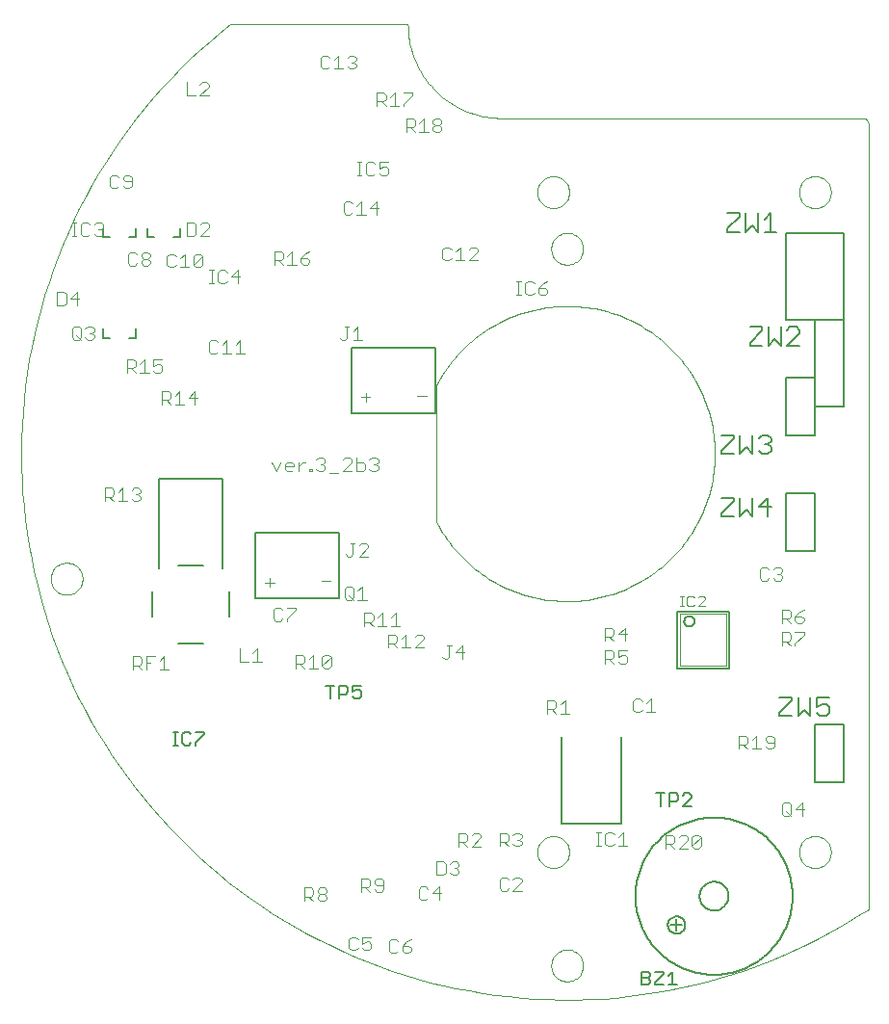
<source format=gto>
G75*
%MOIN*%
%OFA0B0*%
%FSLAX24Y24*%
%IPPOS*%
%LPD*%
%AMOC8*
5,1,8,0,0,1.08239X$1,22.5*
%
%ADD10C,0.0000*%
%ADD11C,0.0060*%
%ADD12C,0.0040*%
%ADD13C,0.0080*%
%ADD14C,0.0050*%
%ADD15C,0.0020*%
D10*
X008890Y021289D02*
X008892Y021336D01*
X008898Y021382D01*
X008908Y021428D01*
X008921Y021473D01*
X008939Y021516D01*
X008960Y021558D01*
X008984Y021598D01*
X009012Y021635D01*
X009043Y021670D01*
X009077Y021703D01*
X009113Y021732D01*
X009152Y021758D01*
X009193Y021781D01*
X009236Y021800D01*
X009280Y021816D01*
X009325Y021828D01*
X009371Y021836D01*
X009418Y021840D01*
X009464Y021840D01*
X009511Y021836D01*
X009557Y021828D01*
X009602Y021816D01*
X009646Y021800D01*
X009689Y021781D01*
X009730Y021758D01*
X009769Y021732D01*
X009805Y021703D01*
X009839Y021670D01*
X009870Y021635D01*
X009898Y021598D01*
X009922Y021558D01*
X009943Y021516D01*
X009961Y021473D01*
X009974Y021428D01*
X009984Y021382D01*
X009990Y021336D01*
X009992Y021289D01*
X009990Y021242D01*
X009984Y021196D01*
X009974Y021150D01*
X009961Y021105D01*
X009943Y021062D01*
X009922Y021020D01*
X009898Y020980D01*
X009870Y020943D01*
X009839Y020908D01*
X009805Y020875D01*
X009769Y020846D01*
X009730Y020820D01*
X009689Y020797D01*
X009646Y020778D01*
X009602Y020762D01*
X009557Y020750D01*
X009511Y020742D01*
X009464Y020738D01*
X009418Y020738D01*
X009371Y020742D01*
X009325Y020750D01*
X009280Y020762D01*
X009236Y020778D01*
X009193Y020797D01*
X009152Y020820D01*
X009113Y020846D01*
X009077Y020875D01*
X009043Y020908D01*
X009012Y020943D01*
X008984Y020980D01*
X008960Y021020D01*
X008939Y021062D01*
X008921Y021105D01*
X008908Y021150D01*
X008898Y021196D01*
X008892Y021242D01*
X008890Y021289D01*
X022236Y023257D02*
X022236Y027982D01*
X034638Y008445D02*
X035015Y008623D01*
X035389Y008810D01*
X035758Y009005D01*
X036124Y009208D01*
X036484Y009419D01*
X036840Y009638D01*
X037191Y009864D01*
X037191Y037029D01*
X037189Y037055D01*
X037184Y037080D01*
X037176Y037104D01*
X037165Y037128D01*
X037150Y037149D01*
X037133Y037168D01*
X037114Y037185D01*
X037093Y037200D01*
X037069Y037211D01*
X037045Y037219D01*
X037020Y037224D01*
X036994Y037226D01*
X024507Y037226D01*
X025734Y034667D02*
X025736Y034714D01*
X025742Y034760D01*
X025752Y034806D01*
X025765Y034851D01*
X025783Y034894D01*
X025804Y034936D01*
X025828Y034976D01*
X025856Y035013D01*
X025887Y035048D01*
X025921Y035081D01*
X025957Y035110D01*
X025996Y035136D01*
X026037Y035159D01*
X026080Y035178D01*
X026124Y035194D01*
X026169Y035206D01*
X026215Y035214D01*
X026262Y035218D01*
X026308Y035218D01*
X026355Y035214D01*
X026401Y035206D01*
X026446Y035194D01*
X026490Y035178D01*
X026533Y035159D01*
X026574Y035136D01*
X026613Y035110D01*
X026649Y035081D01*
X026683Y035048D01*
X026714Y035013D01*
X026742Y034976D01*
X026766Y034936D01*
X026787Y034894D01*
X026805Y034851D01*
X026818Y034806D01*
X026828Y034760D01*
X026834Y034714D01*
X026836Y034667D01*
X026834Y034620D01*
X026828Y034574D01*
X026818Y034528D01*
X026805Y034483D01*
X026787Y034440D01*
X026766Y034398D01*
X026742Y034358D01*
X026714Y034321D01*
X026683Y034286D01*
X026649Y034253D01*
X026613Y034224D01*
X026574Y034198D01*
X026533Y034175D01*
X026490Y034156D01*
X026446Y034140D01*
X026401Y034128D01*
X026355Y034120D01*
X026308Y034116D01*
X026262Y034116D01*
X026215Y034120D01*
X026169Y034128D01*
X026124Y034140D01*
X026080Y034156D01*
X026037Y034175D01*
X025996Y034198D01*
X025957Y034224D01*
X025921Y034253D01*
X025887Y034286D01*
X025856Y034321D01*
X025828Y034358D01*
X025804Y034398D01*
X025783Y034440D01*
X025765Y034483D01*
X025752Y034528D01*
X025742Y034574D01*
X025736Y034620D01*
X025734Y034667D01*
X025736Y034714D01*
X025742Y034760D01*
X025752Y034806D01*
X025765Y034851D01*
X025783Y034894D01*
X025804Y034936D01*
X025828Y034976D01*
X025856Y035013D01*
X025887Y035048D01*
X025921Y035081D01*
X025957Y035110D01*
X025996Y035136D01*
X026037Y035159D01*
X026080Y035178D01*
X026124Y035194D01*
X026169Y035206D01*
X026215Y035214D01*
X026262Y035218D01*
X026308Y035218D01*
X026355Y035214D01*
X026401Y035206D01*
X026446Y035194D01*
X026490Y035178D01*
X026533Y035159D01*
X026574Y035136D01*
X026613Y035110D01*
X026649Y035081D01*
X026683Y035048D01*
X026714Y035013D01*
X026742Y034976D01*
X026766Y034936D01*
X026787Y034894D01*
X026805Y034851D01*
X026818Y034806D01*
X026828Y034760D01*
X026834Y034714D01*
X026836Y034667D01*
X026834Y034620D01*
X026828Y034574D01*
X026818Y034528D01*
X026805Y034483D01*
X026787Y034440D01*
X026766Y034398D01*
X026742Y034358D01*
X026714Y034321D01*
X026683Y034286D01*
X026649Y034253D01*
X026613Y034224D01*
X026574Y034198D01*
X026533Y034175D01*
X026490Y034156D01*
X026446Y034140D01*
X026401Y034128D01*
X026355Y034120D01*
X026308Y034116D01*
X026262Y034116D01*
X026215Y034120D01*
X026169Y034128D01*
X026124Y034140D01*
X026080Y034156D01*
X026037Y034175D01*
X025996Y034198D01*
X025957Y034224D01*
X025921Y034253D01*
X025887Y034286D01*
X025856Y034321D01*
X025828Y034358D01*
X025804Y034398D01*
X025783Y034440D01*
X025765Y034483D01*
X025752Y034528D01*
X025742Y034574D01*
X025736Y034620D01*
X025734Y034667D01*
X026212Y032706D02*
X026214Y032753D01*
X026220Y032799D01*
X026230Y032845D01*
X026243Y032890D01*
X026261Y032933D01*
X026282Y032975D01*
X026306Y033015D01*
X026334Y033052D01*
X026365Y033087D01*
X026399Y033120D01*
X026435Y033149D01*
X026474Y033175D01*
X026515Y033198D01*
X026558Y033217D01*
X026602Y033233D01*
X026647Y033245D01*
X026693Y033253D01*
X026740Y033257D01*
X026786Y033257D01*
X026833Y033253D01*
X026879Y033245D01*
X026924Y033233D01*
X026968Y033217D01*
X027011Y033198D01*
X027052Y033175D01*
X027091Y033149D01*
X027127Y033120D01*
X027161Y033087D01*
X027192Y033052D01*
X027220Y033015D01*
X027244Y032975D01*
X027265Y032933D01*
X027283Y032890D01*
X027296Y032845D01*
X027306Y032799D01*
X027312Y032753D01*
X027314Y032706D01*
X027312Y032659D01*
X027306Y032613D01*
X027296Y032567D01*
X027283Y032522D01*
X027265Y032479D01*
X027244Y032437D01*
X027220Y032397D01*
X027192Y032360D01*
X027161Y032325D01*
X027127Y032292D01*
X027091Y032263D01*
X027052Y032237D01*
X027011Y032214D01*
X026968Y032195D01*
X026924Y032179D01*
X026879Y032167D01*
X026833Y032159D01*
X026786Y032155D01*
X026740Y032155D01*
X026693Y032159D01*
X026647Y032167D01*
X026602Y032179D01*
X026558Y032195D01*
X026515Y032214D01*
X026474Y032237D01*
X026435Y032263D01*
X026399Y032292D01*
X026365Y032325D01*
X026334Y032360D01*
X026306Y032397D01*
X026282Y032437D01*
X026261Y032479D01*
X026243Y032522D01*
X026230Y032567D01*
X026220Y032613D01*
X026214Y032659D01*
X026212Y032706D01*
X022235Y027982D02*
X022303Y028108D01*
X022374Y028231D01*
X022448Y028352D01*
X022526Y028471D01*
X022607Y028588D01*
X022691Y028703D01*
X022779Y028815D01*
X022869Y028925D01*
X022963Y029032D01*
X023059Y029136D01*
X023159Y029238D01*
X023261Y029337D01*
X023366Y029433D01*
X023474Y029527D01*
X023584Y029617D01*
X023696Y029704D01*
X023811Y029787D01*
X023928Y029868D01*
X024048Y029945D01*
X024169Y030019D01*
X024293Y030090D01*
X024418Y030157D01*
X024546Y030221D01*
X024675Y030281D01*
X024805Y030337D01*
X024938Y030390D01*
X025071Y030439D01*
X025206Y030484D01*
X025342Y030525D01*
X025479Y030563D01*
X025618Y030597D01*
X025757Y030627D01*
X025896Y030653D01*
X026037Y030675D01*
X026178Y030693D01*
X026320Y030708D01*
X026462Y030718D01*
X026604Y030725D01*
X026746Y030727D01*
X026888Y030725D01*
X027030Y030720D01*
X027172Y030711D01*
X027314Y030697D01*
X027455Y030680D01*
X027596Y030659D01*
X027736Y030633D01*
X027875Y030604D01*
X028014Y030571D01*
X028151Y030535D01*
X028287Y030494D01*
X028423Y030450D01*
X028557Y030402D01*
X028689Y030350D01*
X028820Y030294D01*
X028950Y030235D01*
X029077Y030173D01*
X029203Y030106D01*
X029327Y030037D01*
X029449Y029963D01*
X029569Y029887D01*
X029687Y029807D01*
X029802Y029724D01*
X029916Y029638D01*
X030026Y029548D01*
X030134Y029456D01*
X030240Y029361D01*
X030343Y029262D01*
X030443Y029161D01*
X030540Y029057D01*
X030634Y028951D01*
X030726Y028842D01*
X030814Y028730D01*
X030899Y028616D01*
X030981Y028499D01*
X031059Y028381D01*
X031135Y028260D01*
X031207Y028137D01*
X031275Y028013D01*
X031340Y027886D01*
X031401Y027758D01*
X031459Y027627D01*
X031513Y027496D01*
X031563Y027363D01*
X031610Y027228D01*
X031653Y027093D01*
X031692Y026956D01*
X031727Y026818D01*
X031759Y026679D01*
X031786Y026540D01*
X031810Y026400D01*
X031830Y026259D01*
X031846Y026117D01*
X031858Y025975D01*
X031866Y025833D01*
X031870Y025691D01*
X031870Y025549D01*
X031866Y025407D01*
X031858Y025265D01*
X031846Y025123D01*
X031830Y024981D01*
X031810Y024840D01*
X031786Y024700D01*
X031759Y024561D01*
X031727Y024422D01*
X031692Y024284D01*
X031653Y024147D01*
X031610Y024012D01*
X031563Y023877D01*
X031513Y023744D01*
X031459Y023613D01*
X031401Y023482D01*
X031340Y023354D01*
X031275Y023227D01*
X031207Y023103D01*
X031135Y022980D01*
X031059Y022859D01*
X030981Y022741D01*
X030899Y022624D01*
X030814Y022510D01*
X030726Y022398D01*
X030634Y022289D01*
X030540Y022183D01*
X030443Y022079D01*
X030343Y021978D01*
X030240Y021879D01*
X030134Y021784D01*
X030026Y021692D01*
X029916Y021602D01*
X029802Y021516D01*
X029687Y021433D01*
X029569Y021353D01*
X029449Y021277D01*
X029327Y021203D01*
X029203Y021134D01*
X029077Y021067D01*
X028950Y021005D01*
X028820Y020946D01*
X028689Y020890D01*
X028557Y020838D01*
X028423Y020790D01*
X028287Y020746D01*
X028151Y020705D01*
X028014Y020669D01*
X027875Y020636D01*
X027736Y020607D01*
X027596Y020581D01*
X027455Y020560D01*
X027314Y020543D01*
X027172Y020529D01*
X027030Y020520D01*
X026888Y020515D01*
X026746Y020513D01*
X026604Y020515D01*
X026462Y020522D01*
X026320Y020532D01*
X026178Y020547D01*
X026037Y020565D01*
X025896Y020587D01*
X025757Y020613D01*
X025618Y020643D01*
X025479Y020677D01*
X025342Y020715D01*
X025206Y020756D01*
X025071Y020801D01*
X024938Y020850D01*
X024805Y020903D01*
X024675Y020959D01*
X024546Y021019D01*
X024418Y021083D01*
X024293Y021150D01*
X024169Y021221D01*
X024048Y021295D01*
X023928Y021372D01*
X023811Y021453D01*
X023696Y021536D01*
X023584Y021623D01*
X023474Y021713D01*
X023366Y021807D01*
X023261Y021903D01*
X023159Y022002D01*
X023059Y022104D01*
X022963Y022208D01*
X022869Y022315D01*
X022779Y022425D01*
X022691Y022537D01*
X022607Y022652D01*
X022526Y022769D01*
X022448Y022888D01*
X022374Y023009D01*
X022303Y023132D01*
X022235Y023258D01*
X015098Y040482D02*
X014738Y040192D01*
X014386Y039894D01*
X014041Y039588D01*
X013704Y039273D01*
X013374Y038950D01*
X013053Y038619D01*
X012739Y038281D01*
X012434Y037934D01*
X012138Y037581D01*
X011850Y037220D01*
X011571Y036853D01*
X011302Y036478D01*
X011041Y036098D01*
X010790Y035711D01*
X010548Y035318D01*
X010316Y034919D01*
X010094Y034514D01*
X009882Y034105D01*
X009680Y033690D01*
X009488Y033270D01*
X009306Y032846D01*
X009135Y032418D01*
X008974Y031985D01*
X008824Y031549D01*
X008684Y031109D01*
X008556Y030666D01*
X008438Y030220D01*
X008331Y029771D01*
X008235Y029320D01*
X008150Y028866D01*
X008076Y028411D01*
X008014Y027954D01*
X007962Y027495D01*
X007922Y027036D01*
X007893Y026575D01*
X007875Y026114D01*
X007869Y025653D01*
X007874Y025192D01*
X007890Y024730D01*
X007917Y024270D01*
X007956Y023810D01*
X008006Y023351D01*
X008067Y022894D01*
X008139Y022438D01*
X008222Y021985D01*
X008316Y021533D01*
X008421Y021084D01*
X008538Y020637D01*
X008665Y020194D01*
X008803Y019753D01*
X008951Y019317D01*
X009110Y018883D01*
X009280Y018454D01*
X009460Y018030D01*
X009651Y017609D01*
X009851Y017194D01*
X010062Y016784D01*
X010283Y016378D01*
X010513Y015979D01*
X010754Y015585D01*
X011003Y015197D01*
X011263Y014815D01*
X011531Y014440D01*
X011809Y014071D01*
X012095Y013710D01*
X012390Y013355D01*
X012694Y013008D01*
X013006Y012668D01*
X013326Y012336D01*
X013655Y012012D01*
X013991Y011696D01*
X014335Y011388D01*
X014686Y011089D01*
X015044Y010798D01*
X015410Y010517D01*
X015782Y010244D01*
X016161Y009980D01*
X016546Y009726D01*
X016937Y009481D01*
X017334Y009246D01*
X017736Y009021D01*
X018144Y008805D01*
X018557Y008600D01*
X018975Y008405D01*
X019398Y008220D01*
X019825Y008045D01*
X020256Y007881D01*
X020691Y007727D01*
X021130Y007584D01*
X021572Y007452D01*
X022017Y007331D01*
X022465Y007220D01*
X022916Y007121D01*
X023369Y007032D01*
X023823Y006955D01*
X024280Y006889D01*
X024738Y006834D01*
X025197Y006790D01*
X025658Y006757D01*
X026119Y006736D01*
X026580Y006726D01*
X027041Y006727D01*
X027502Y006739D01*
X027963Y006763D01*
X028423Y006798D01*
X028882Y006844D01*
X029340Y006902D01*
X029796Y006970D01*
X030251Y007050D01*
X030703Y007140D01*
X031153Y007242D01*
X031601Y007355D01*
X032045Y007478D01*
X032487Y007613D01*
X032925Y007758D01*
X033359Y007914D01*
X033789Y008080D01*
X034215Y008257D01*
X034637Y008444D01*
X034789Y011832D02*
X034791Y011879D01*
X034797Y011925D01*
X034807Y011971D01*
X034820Y012016D01*
X034838Y012059D01*
X034859Y012101D01*
X034883Y012141D01*
X034911Y012178D01*
X034942Y012213D01*
X034976Y012246D01*
X035012Y012275D01*
X035051Y012301D01*
X035092Y012324D01*
X035135Y012343D01*
X035179Y012359D01*
X035224Y012371D01*
X035270Y012379D01*
X035317Y012383D01*
X035363Y012383D01*
X035410Y012379D01*
X035456Y012371D01*
X035501Y012359D01*
X035545Y012343D01*
X035588Y012324D01*
X035629Y012301D01*
X035668Y012275D01*
X035704Y012246D01*
X035738Y012213D01*
X035769Y012178D01*
X035797Y012141D01*
X035821Y012101D01*
X035842Y012059D01*
X035860Y012016D01*
X035873Y011971D01*
X035883Y011925D01*
X035889Y011879D01*
X035891Y011832D01*
X035889Y011785D01*
X035883Y011739D01*
X035873Y011693D01*
X035860Y011648D01*
X035842Y011605D01*
X035821Y011563D01*
X035797Y011523D01*
X035769Y011486D01*
X035738Y011451D01*
X035704Y011418D01*
X035668Y011389D01*
X035629Y011363D01*
X035588Y011340D01*
X035545Y011321D01*
X035501Y011305D01*
X035456Y011293D01*
X035410Y011285D01*
X035363Y011281D01*
X035317Y011281D01*
X035270Y011285D01*
X035224Y011293D01*
X035179Y011305D01*
X035135Y011321D01*
X035092Y011340D01*
X035051Y011363D01*
X035012Y011389D01*
X034976Y011418D01*
X034942Y011451D01*
X034911Y011486D01*
X034883Y011523D01*
X034859Y011563D01*
X034838Y011605D01*
X034820Y011648D01*
X034807Y011693D01*
X034797Y011739D01*
X034791Y011785D01*
X034789Y011832D01*
X026212Y007905D02*
X026214Y007952D01*
X026220Y007998D01*
X026230Y008044D01*
X026243Y008089D01*
X026261Y008132D01*
X026282Y008174D01*
X026306Y008214D01*
X026334Y008251D01*
X026365Y008286D01*
X026399Y008319D01*
X026435Y008348D01*
X026474Y008374D01*
X026515Y008397D01*
X026558Y008416D01*
X026602Y008432D01*
X026647Y008444D01*
X026693Y008452D01*
X026740Y008456D01*
X026786Y008456D01*
X026833Y008452D01*
X026879Y008444D01*
X026924Y008432D01*
X026968Y008416D01*
X027011Y008397D01*
X027052Y008374D01*
X027091Y008348D01*
X027127Y008319D01*
X027161Y008286D01*
X027192Y008251D01*
X027220Y008214D01*
X027244Y008174D01*
X027265Y008132D01*
X027283Y008089D01*
X027296Y008044D01*
X027306Y007998D01*
X027312Y007952D01*
X027314Y007905D01*
X027312Y007858D01*
X027306Y007812D01*
X027296Y007766D01*
X027283Y007721D01*
X027265Y007678D01*
X027244Y007636D01*
X027220Y007596D01*
X027192Y007559D01*
X027161Y007524D01*
X027127Y007491D01*
X027091Y007462D01*
X027052Y007436D01*
X027011Y007413D01*
X026968Y007394D01*
X026924Y007378D01*
X026879Y007366D01*
X026833Y007358D01*
X026786Y007354D01*
X026740Y007354D01*
X026693Y007358D01*
X026647Y007366D01*
X026602Y007378D01*
X026558Y007394D01*
X026515Y007413D01*
X026474Y007436D01*
X026435Y007462D01*
X026399Y007491D01*
X026365Y007524D01*
X026334Y007559D01*
X026306Y007596D01*
X026282Y007636D01*
X026261Y007678D01*
X026243Y007721D01*
X026230Y007766D01*
X026220Y007812D01*
X026214Y007858D01*
X026212Y007905D01*
X025734Y011832D02*
X025736Y011879D01*
X025742Y011925D01*
X025752Y011971D01*
X025765Y012016D01*
X025783Y012059D01*
X025804Y012101D01*
X025828Y012141D01*
X025856Y012178D01*
X025887Y012213D01*
X025921Y012246D01*
X025957Y012275D01*
X025996Y012301D01*
X026037Y012324D01*
X026080Y012343D01*
X026124Y012359D01*
X026169Y012371D01*
X026215Y012379D01*
X026262Y012383D01*
X026308Y012383D01*
X026355Y012379D01*
X026401Y012371D01*
X026446Y012359D01*
X026490Y012343D01*
X026533Y012324D01*
X026574Y012301D01*
X026613Y012275D01*
X026649Y012246D01*
X026683Y012213D01*
X026714Y012178D01*
X026742Y012141D01*
X026766Y012101D01*
X026787Y012059D01*
X026805Y012016D01*
X026818Y011971D01*
X026828Y011925D01*
X026834Y011879D01*
X026836Y011832D01*
X026834Y011785D01*
X026828Y011739D01*
X026818Y011693D01*
X026805Y011648D01*
X026787Y011605D01*
X026766Y011563D01*
X026742Y011523D01*
X026714Y011486D01*
X026683Y011451D01*
X026649Y011418D01*
X026613Y011389D01*
X026574Y011363D01*
X026533Y011340D01*
X026490Y011321D01*
X026446Y011305D01*
X026401Y011293D01*
X026355Y011285D01*
X026308Y011281D01*
X026262Y011281D01*
X026215Y011285D01*
X026169Y011293D01*
X026124Y011305D01*
X026080Y011321D01*
X026037Y011340D01*
X025996Y011363D01*
X025957Y011389D01*
X025921Y011418D01*
X025887Y011451D01*
X025856Y011486D01*
X025828Y011523D01*
X025804Y011563D01*
X025783Y011605D01*
X025765Y011648D01*
X025752Y011693D01*
X025742Y011739D01*
X025736Y011785D01*
X025734Y011832D01*
X034789Y034667D02*
X034791Y034714D01*
X034797Y034760D01*
X034807Y034806D01*
X034820Y034851D01*
X034838Y034894D01*
X034859Y034936D01*
X034883Y034976D01*
X034911Y035013D01*
X034942Y035048D01*
X034976Y035081D01*
X035012Y035110D01*
X035051Y035136D01*
X035092Y035159D01*
X035135Y035178D01*
X035179Y035194D01*
X035224Y035206D01*
X035270Y035214D01*
X035317Y035218D01*
X035363Y035218D01*
X035410Y035214D01*
X035456Y035206D01*
X035501Y035194D01*
X035545Y035178D01*
X035588Y035159D01*
X035629Y035136D01*
X035668Y035110D01*
X035704Y035081D01*
X035738Y035048D01*
X035769Y035013D01*
X035797Y034976D01*
X035821Y034936D01*
X035842Y034894D01*
X035860Y034851D01*
X035873Y034806D01*
X035883Y034760D01*
X035889Y034714D01*
X035891Y034667D01*
X035889Y034620D01*
X035883Y034574D01*
X035873Y034528D01*
X035860Y034483D01*
X035842Y034440D01*
X035821Y034398D01*
X035797Y034358D01*
X035769Y034321D01*
X035738Y034286D01*
X035704Y034253D01*
X035668Y034224D01*
X035629Y034198D01*
X035588Y034175D01*
X035545Y034156D01*
X035501Y034140D01*
X035456Y034128D01*
X035410Y034120D01*
X035363Y034116D01*
X035317Y034116D01*
X035270Y034120D01*
X035224Y034128D01*
X035179Y034140D01*
X035135Y034156D01*
X035092Y034175D01*
X035051Y034198D01*
X035012Y034224D01*
X034976Y034253D01*
X034942Y034286D01*
X034911Y034321D01*
X034883Y034358D01*
X034859Y034398D01*
X034838Y034440D01*
X034820Y034483D01*
X034807Y034528D01*
X034797Y034574D01*
X034791Y034620D01*
X034789Y034667D01*
X024507Y037226D02*
X024396Y037228D01*
X024285Y037234D01*
X024174Y037243D01*
X024064Y037256D01*
X023954Y037273D01*
X023845Y037294D01*
X023736Y037319D01*
X023629Y037347D01*
X023522Y037379D01*
X023417Y037414D01*
X023313Y037453D01*
X023210Y037496D01*
X023109Y037542D01*
X023009Y037591D01*
X022911Y037644D01*
X022815Y037700D01*
X022721Y037759D01*
X022629Y037822D01*
X022540Y037888D01*
X022452Y037956D01*
X022367Y038028D01*
X022285Y038102D01*
X022205Y038180D01*
X022127Y038260D01*
X022053Y038342D01*
X021981Y038427D01*
X021913Y038515D01*
X021847Y038604D01*
X021784Y038696D01*
X021725Y038790D01*
X021669Y038886D01*
X021616Y038984D01*
X021567Y039084D01*
X021521Y039185D01*
X021478Y039288D01*
X021439Y039392D01*
X021404Y039497D01*
X021372Y039604D01*
X021344Y039711D01*
X021319Y039820D01*
X021298Y039929D01*
X021281Y040039D01*
X021268Y040149D01*
X021259Y040260D01*
X021253Y040371D01*
X021251Y040482D01*
X021252Y040482D02*
X015098Y040482D01*
D11*
X013369Y033422D02*
X013369Y033102D01*
X013149Y033102D01*
X012469Y033102D02*
X012249Y033102D01*
X012249Y033422D01*
X011835Y033422D02*
X011835Y033102D01*
X011615Y033102D01*
X010935Y033102D02*
X010715Y033102D01*
X010715Y033422D01*
X010715Y029932D02*
X010715Y029612D01*
X010935Y029612D01*
X011615Y029612D02*
X011835Y029612D01*
X011835Y029932D01*
X030573Y020163D02*
X030573Y018183D01*
X032371Y018183D01*
X032371Y020163D01*
X030573Y020163D01*
X030812Y019813D02*
X030814Y019839D01*
X030820Y019865D01*
X030829Y019889D01*
X030842Y019912D01*
X030858Y019933D01*
X030877Y019951D01*
X030898Y019967D01*
X030922Y019979D01*
X030946Y019987D01*
X030972Y019992D01*
X030999Y019993D01*
X031025Y019990D01*
X031050Y019983D01*
X031074Y019973D01*
X031097Y019959D01*
X031117Y019943D01*
X031134Y019923D01*
X031149Y019901D01*
X031160Y019877D01*
X031168Y019852D01*
X031172Y019826D01*
X031172Y019800D01*
X031168Y019774D01*
X031160Y019749D01*
X031149Y019725D01*
X031134Y019703D01*
X031117Y019683D01*
X031097Y019667D01*
X031074Y019653D01*
X031050Y019643D01*
X031025Y019636D01*
X030999Y019633D01*
X030972Y019634D01*
X030946Y019639D01*
X030922Y019647D01*
X030898Y019659D01*
X030877Y019675D01*
X030858Y019693D01*
X030842Y019714D01*
X030829Y019737D01*
X030820Y019761D01*
X030814Y019787D01*
X030812Y019813D01*
X034110Y017174D02*
X034537Y017174D01*
X034537Y017067D01*
X034110Y016640D01*
X034110Y016534D01*
X034537Y016534D01*
X034755Y016534D02*
X034968Y016747D01*
X035182Y016534D01*
X035182Y017174D01*
X035399Y017174D02*
X035399Y016854D01*
X035613Y016961D01*
X035720Y016961D01*
X035826Y016854D01*
X035826Y016640D01*
X035720Y016534D01*
X035506Y016534D01*
X035399Y016640D01*
X035399Y017174D02*
X035826Y017174D01*
X034755Y017174D02*
X034755Y016534D01*
X029128Y010307D02*
X029130Y010411D01*
X029136Y010515D01*
X029146Y010619D01*
X029160Y010722D01*
X029178Y010824D01*
X029199Y010926D01*
X029225Y011027D01*
X029255Y011127D01*
X029288Y011226D01*
X029325Y011323D01*
X029366Y011419D01*
X029410Y011513D01*
X029458Y011605D01*
X029510Y011696D01*
X029565Y011784D01*
X029623Y011871D01*
X029684Y011955D01*
X029749Y012036D01*
X029817Y012115D01*
X029888Y012192D01*
X029961Y012265D01*
X030038Y012336D01*
X030117Y012404D01*
X030198Y012469D01*
X030282Y012530D01*
X030369Y012588D01*
X030457Y012643D01*
X030548Y012695D01*
X030640Y012743D01*
X030734Y012787D01*
X030830Y012828D01*
X030927Y012865D01*
X031026Y012898D01*
X031126Y012928D01*
X031227Y012954D01*
X031329Y012975D01*
X031431Y012993D01*
X031534Y013007D01*
X031638Y013017D01*
X031742Y013023D01*
X031846Y013025D01*
X031950Y013023D01*
X032054Y013017D01*
X032158Y013007D01*
X032261Y012993D01*
X032363Y012975D01*
X032465Y012954D01*
X032566Y012928D01*
X032666Y012898D01*
X032765Y012865D01*
X032862Y012828D01*
X032958Y012787D01*
X033052Y012743D01*
X033144Y012695D01*
X033235Y012643D01*
X033323Y012588D01*
X033410Y012530D01*
X033494Y012469D01*
X033575Y012404D01*
X033654Y012336D01*
X033731Y012265D01*
X033804Y012192D01*
X033875Y012115D01*
X033943Y012036D01*
X034008Y011955D01*
X034069Y011871D01*
X034127Y011784D01*
X034182Y011696D01*
X034234Y011605D01*
X034282Y011513D01*
X034326Y011419D01*
X034367Y011323D01*
X034404Y011226D01*
X034437Y011127D01*
X034467Y011027D01*
X034493Y010926D01*
X034514Y010824D01*
X034532Y010722D01*
X034546Y010619D01*
X034556Y010515D01*
X034562Y010411D01*
X034564Y010307D01*
X034562Y010203D01*
X034556Y010099D01*
X034546Y009995D01*
X034532Y009892D01*
X034514Y009790D01*
X034493Y009688D01*
X034467Y009587D01*
X034437Y009487D01*
X034404Y009388D01*
X034367Y009291D01*
X034326Y009195D01*
X034282Y009101D01*
X034234Y009009D01*
X034182Y008918D01*
X034127Y008830D01*
X034069Y008743D01*
X034008Y008659D01*
X033943Y008578D01*
X033875Y008499D01*
X033804Y008422D01*
X033731Y008349D01*
X033654Y008278D01*
X033575Y008210D01*
X033494Y008145D01*
X033410Y008084D01*
X033323Y008026D01*
X033235Y007971D01*
X033144Y007919D01*
X033052Y007871D01*
X032958Y007827D01*
X032862Y007786D01*
X032765Y007749D01*
X032666Y007716D01*
X032566Y007686D01*
X032465Y007660D01*
X032363Y007639D01*
X032261Y007621D01*
X032158Y007607D01*
X032054Y007597D01*
X031950Y007591D01*
X031846Y007589D01*
X031742Y007591D01*
X031638Y007597D01*
X031534Y007607D01*
X031431Y007621D01*
X031329Y007639D01*
X031227Y007660D01*
X031126Y007686D01*
X031026Y007716D01*
X030927Y007749D01*
X030830Y007786D01*
X030734Y007827D01*
X030640Y007871D01*
X030548Y007919D01*
X030457Y007971D01*
X030369Y008026D01*
X030282Y008084D01*
X030198Y008145D01*
X030117Y008210D01*
X030038Y008278D01*
X029961Y008349D01*
X029888Y008422D01*
X029817Y008499D01*
X029749Y008578D01*
X029684Y008659D01*
X029623Y008743D01*
X029565Y008830D01*
X029510Y008918D01*
X029458Y009009D01*
X029410Y009101D01*
X029366Y009195D01*
X029325Y009291D01*
X029288Y009388D01*
X029255Y009487D01*
X029225Y009587D01*
X029199Y009688D01*
X029178Y009790D01*
X029160Y009892D01*
X029146Y009995D01*
X029136Y010099D01*
X029130Y010203D01*
X029128Y010307D01*
X030346Y009307D02*
X030746Y009307D01*
X030246Y009307D02*
X030248Y009341D01*
X030254Y009375D01*
X030263Y009408D01*
X030277Y009439D01*
X030294Y009469D01*
X030314Y009497D01*
X030337Y009522D01*
X030363Y009545D01*
X030391Y009564D01*
X030421Y009580D01*
X030453Y009592D01*
X030486Y009601D01*
X030520Y009606D01*
X030555Y009607D01*
X030589Y009604D01*
X030622Y009597D01*
X030655Y009587D01*
X030686Y009572D01*
X030715Y009555D01*
X030742Y009534D01*
X030767Y009510D01*
X030789Y009483D01*
X030807Y009455D01*
X030822Y009424D01*
X030834Y009392D01*
X030842Y009358D01*
X030846Y009324D01*
X030846Y009290D01*
X030842Y009256D01*
X030834Y009222D01*
X030822Y009190D01*
X030807Y009159D01*
X030789Y009131D01*
X030767Y009104D01*
X030742Y009080D01*
X030715Y009059D01*
X030686Y009042D01*
X030655Y009027D01*
X030622Y009017D01*
X030589Y009010D01*
X030555Y009007D01*
X030520Y009008D01*
X030486Y009013D01*
X030453Y009022D01*
X030421Y009034D01*
X030391Y009050D01*
X030363Y009069D01*
X030337Y009092D01*
X030314Y009117D01*
X030294Y009145D01*
X030277Y009175D01*
X030263Y009206D01*
X030254Y009239D01*
X030248Y009273D01*
X030246Y009307D01*
X030546Y009107D02*
X030546Y009507D01*
X031346Y010307D02*
X031348Y010351D01*
X031354Y010395D01*
X031364Y010438D01*
X031377Y010480D01*
X031394Y010521D01*
X031415Y010560D01*
X031439Y010597D01*
X031466Y010632D01*
X031496Y010664D01*
X031529Y010694D01*
X031565Y010720D01*
X031602Y010744D01*
X031642Y010763D01*
X031683Y010780D01*
X031726Y010792D01*
X031769Y010801D01*
X031813Y010806D01*
X031857Y010807D01*
X031901Y010804D01*
X031945Y010797D01*
X031988Y010786D01*
X032030Y010772D01*
X032070Y010754D01*
X032109Y010732D01*
X032145Y010708D01*
X032179Y010680D01*
X032211Y010649D01*
X032240Y010615D01*
X032266Y010579D01*
X032288Y010541D01*
X032307Y010501D01*
X032322Y010459D01*
X032334Y010417D01*
X032342Y010373D01*
X032346Y010329D01*
X032346Y010285D01*
X032342Y010241D01*
X032334Y010197D01*
X032322Y010155D01*
X032307Y010113D01*
X032288Y010073D01*
X032266Y010035D01*
X032240Y009999D01*
X032211Y009965D01*
X032179Y009934D01*
X032145Y009906D01*
X032109Y009882D01*
X032070Y009860D01*
X032030Y009842D01*
X031988Y009828D01*
X031945Y009817D01*
X031901Y009810D01*
X031857Y009807D01*
X031813Y009808D01*
X031769Y009813D01*
X031726Y009822D01*
X031683Y009834D01*
X031642Y009851D01*
X031602Y009870D01*
X031565Y009894D01*
X031529Y009920D01*
X031496Y009950D01*
X031466Y009982D01*
X031439Y010017D01*
X031415Y010054D01*
X031394Y010093D01*
X031377Y010134D01*
X031364Y010176D01*
X031354Y010219D01*
X031348Y010263D01*
X031346Y010307D01*
X032104Y023453D02*
X032531Y023453D01*
X032749Y023453D02*
X032962Y023666D01*
X033176Y023453D01*
X033176Y024093D01*
X033394Y023773D02*
X033821Y023773D01*
X033714Y023453D02*
X033714Y024093D01*
X033394Y023773D01*
X032749Y024093D02*
X032749Y023453D01*
X032531Y023987D02*
X032104Y023560D01*
X032104Y023453D01*
X032531Y023987D02*
X032531Y024093D01*
X032104Y024093D01*
X032104Y025618D02*
X032531Y025618D01*
X032749Y025618D02*
X032962Y025832D01*
X033176Y025618D01*
X033176Y026259D01*
X033394Y026152D02*
X033500Y026259D01*
X033714Y026259D01*
X033821Y026152D01*
X033821Y026045D01*
X033714Y025938D01*
X033821Y025832D01*
X033821Y025725D01*
X033714Y025618D01*
X033500Y025618D01*
X033394Y025725D01*
X033607Y025938D02*
X033714Y025938D01*
X032749Y026259D02*
X032749Y025618D01*
X032531Y026152D02*
X032104Y025725D01*
X032104Y025618D01*
X032104Y026259D02*
X032531Y026259D01*
X032531Y026152D01*
X033089Y029358D02*
X033516Y029358D01*
X033733Y029358D02*
X033947Y029572D01*
X034160Y029358D01*
X034160Y029999D01*
X034378Y029892D02*
X034485Y029999D01*
X034698Y029999D01*
X034805Y029892D01*
X034805Y029785D01*
X034378Y029358D01*
X034805Y029358D01*
X033733Y029358D02*
X033733Y029999D01*
X033516Y029999D02*
X033516Y029892D01*
X033089Y029465D01*
X033089Y029358D01*
X033089Y029999D02*
X033516Y029999D01*
X033590Y033295D02*
X034017Y033295D01*
X033804Y033295D02*
X033804Y033936D01*
X033590Y033722D01*
X033373Y033936D02*
X033373Y033295D01*
X033159Y033509D01*
X032946Y033295D01*
X032946Y033936D01*
X032728Y033936D02*
X032728Y033829D01*
X032301Y033402D01*
X032301Y033295D01*
X032728Y033295D01*
X032728Y033936D02*
X032301Y033936D01*
D12*
X017665Y010605D02*
X017665Y010144D01*
X017665Y010298D02*
X017895Y010298D01*
X017972Y010375D01*
X017972Y010528D01*
X017895Y010605D01*
X017665Y010605D01*
X017819Y010298D02*
X017972Y010144D01*
X018126Y010221D02*
X018126Y010298D01*
X018202Y010375D01*
X018356Y010375D01*
X018433Y010298D01*
X018433Y010221D01*
X018356Y010144D01*
X018202Y010144D01*
X018126Y010221D01*
X018202Y010375D02*
X018126Y010451D01*
X018126Y010528D01*
X018202Y010605D01*
X018356Y010605D01*
X018433Y010528D01*
X018433Y010451D01*
X018356Y010375D01*
X019632Y010457D02*
X019632Y010918D01*
X019862Y010918D01*
X019939Y010841D01*
X019939Y010688D01*
X019862Y010611D01*
X019632Y010611D01*
X019785Y010611D02*
X019939Y010457D01*
X020092Y010534D02*
X020169Y010457D01*
X020322Y010457D01*
X020399Y010534D01*
X020399Y010841D01*
X020322Y010918D01*
X020169Y010918D01*
X020092Y010841D01*
X020092Y010764D01*
X020169Y010688D01*
X020399Y010688D01*
X021642Y010560D02*
X021642Y010253D01*
X021718Y010176D01*
X021872Y010176D01*
X021949Y010253D01*
X022102Y010406D02*
X022409Y010406D01*
X022332Y010176D02*
X022332Y010637D01*
X022102Y010406D01*
X021949Y010560D02*
X021872Y010637D01*
X021718Y010637D01*
X021642Y010560D01*
X022252Y011041D02*
X022482Y011041D01*
X022559Y011118D01*
X022559Y011425D01*
X022482Y011502D01*
X022252Y011502D01*
X022252Y011041D01*
X022712Y011118D02*
X022789Y011041D01*
X022942Y011041D01*
X023019Y011118D01*
X023019Y011195D01*
X022942Y011271D01*
X022866Y011271D01*
X022942Y011271D02*
X023019Y011348D01*
X023019Y011425D01*
X022942Y011502D01*
X022789Y011502D01*
X022712Y011425D01*
X022998Y012028D02*
X022998Y012489D01*
X023228Y012489D01*
X023305Y012412D01*
X023305Y012258D01*
X023228Y012182D01*
X022998Y012182D01*
X023151Y012182D02*
X023305Y012028D01*
X023458Y012028D02*
X023765Y012335D01*
X023765Y012412D01*
X023689Y012489D01*
X023535Y012489D01*
X023458Y012412D01*
X023458Y012028D02*
X023765Y012028D01*
X024423Y012032D02*
X024423Y012493D01*
X024653Y012493D01*
X024730Y012416D01*
X024730Y012262D01*
X024653Y012186D01*
X024423Y012186D01*
X024577Y012186D02*
X024730Y012032D01*
X024884Y012109D02*
X024960Y012032D01*
X025114Y012032D01*
X025190Y012109D01*
X025190Y012186D01*
X025114Y012262D01*
X025037Y012262D01*
X025114Y012262D02*
X025190Y012339D01*
X025190Y012416D01*
X025114Y012493D01*
X024960Y012493D01*
X024884Y012416D01*
X024960Y010957D02*
X024884Y010880D01*
X024960Y010957D02*
X025114Y010957D01*
X025190Y010880D01*
X025190Y010804D01*
X024884Y010497D01*
X025190Y010497D01*
X024730Y010574D02*
X024653Y010497D01*
X024500Y010497D01*
X024423Y010574D01*
X024423Y010880D01*
X024500Y010957D01*
X024653Y010957D01*
X024730Y010880D01*
X027774Y012053D02*
X027927Y012053D01*
X027850Y012053D02*
X027850Y012514D01*
X027774Y012514D02*
X027927Y012514D01*
X028081Y012437D02*
X028157Y012514D01*
X028311Y012514D01*
X028387Y012437D01*
X028541Y012360D02*
X028694Y012514D01*
X028694Y012053D01*
X028541Y012053D02*
X028848Y012053D01*
X028387Y012130D02*
X028311Y012053D01*
X028157Y012053D01*
X028081Y012130D01*
X028081Y012437D01*
X030162Y012416D02*
X030162Y011956D01*
X030162Y012109D02*
X030392Y012109D01*
X030469Y012186D01*
X030469Y012339D01*
X030392Y012416D01*
X030162Y012416D01*
X030316Y012109D02*
X030469Y011956D01*
X030622Y011956D02*
X030929Y012263D01*
X030929Y012339D01*
X030853Y012416D01*
X030699Y012416D01*
X030622Y012339D01*
X030622Y011956D02*
X030929Y011956D01*
X031083Y012033D02*
X031390Y012339D01*
X031390Y012033D01*
X031313Y011956D01*
X031160Y011956D01*
X031083Y012033D01*
X031083Y012339D01*
X031160Y012416D01*
X031313Y012416D01*
X031390Y012339D01*
X034197Y013161D02*
X034274Y013085D01*
X034427Y013085D01*
X034504Y013161D01*
X034504Y013468D01*
X034427Y013545D01*
X034274Y013545D01*
X034197Y013468D01*
X034197Y013161D01*
X034351Y013238D02*
X034504Y013085D01*
X034658Y013315D02*
X034965Y013315D01*
X034888Y013545D02*
X034658Y013315D01*
X034888Y013085D02*
X034888Y013545D01*
X033850Y015400D02*
X033926Y015477D01*
X033926Y015784D01*
X033850Y015861D01*
X033696Y015861D01*
X033620Y015784D01*
X033620Y015707D01*
X033696Y015631D01*
X033926Y015631D01*
X033850Y015400D02*
X033696Y015400D01*
X033620Y015477D01*
X033466Y015400D02*
X033159Y015400D01*
X033006Y015400D02*
X032852Y015554D01*
X032929Y015554D02*
X032699Y015554D01*
X032699Y015400D02*
X032699Y015861D01*
X032929Y015861D01*
X033006Y015784D01*
X033006Y015631D01*
X032929Y015554D01*
X033159Y015707D02*
X033313Y015861D01*
X033313Y015400D01*
X029816Y016682D02*
X029510Y016682D01*
X029663Y016682D02*
X029663Y017142D01*
X029510Y016989D01*
X029356Y017065D02*
X029279Y017142D01*
X029126Y017142D01*
X029049Y017065D01*
X029049Y016759D01*
X029126Y016682D01*
X029279Y016682D01*
X029356Y016759D01*
X028755Y018349D02*
X028602Y018349D01*
X028525Y018426D01*
X028525Y018579D02*
X028679Y018656D01*
X028755Y018656D01*
X028832Y018579D01*
X028832Y018426D01*
X028755Y018349D01*
X028525Y018579D02*
X028525Y018810D01*
X028832Y018810D01*
X028755Y019137D02*
X028755Y019597D01*
X028525Y019367D01*
X028832Y019367D01*
X028372Y019367D02*
X028295Y019290D01*
X028065Y019290D01*
X028218Y019290D02*
X028372Y019137D01*
X028372Y019367D02*
X028372Y019520D01*
X028295Y019597D01*
X028065Y019597D01*
X028065Y019137D01*
X028065Y018810D02*
X028295Y018810D01*
X028372Y018733D01*
X028372Y018579D01*
X028295Y018503D01*
X028065Y018503D01*
X028218Y018503D02*
X028372Y018349D01*
X028065Y018349D02*
X028065Y018810D01*
X026691Y017091D02*
X026691Y016631D01*
X026844Y016631D02*
X026537Y016631D01*
X026384Y016631D02*
X026230Y016784D01*
X026307Y016784D02*
X026077Y016784D01*
X026077Y016631D02*
X026077Y017091D01*
X026307Y017091D01*
X026384Y017014D01*
X026384Y016861D01*
X026307Y016784D01*
X026537Y016938D02*
X026691Y017091D01*
X023139Y018522D02*
X023139Y018982D01*
X022909Y018752D01*
X023216Y018752D01*
X022756Y018982D02*
X022602Y018982D01*
X022679Y018982D02*
X022679Y018598D01*
X022602Y018522D01*
X022525Y018522D01*
X022449Y018598D01*
X021797Y018904D02*
X021490Y018904D01*
X021797Y019211D01*
X021797Y019288D01*
X021720Y019365D01*
X021566Y019365D01*
X021490Y019288D01*
X021183Y019365D02*
X021183Y018904D01*
X021336Y018904D02*
X021029Y018904D01*
X020876Y018904D02*
X020722Y019058D01*
X020799Y019058D02*
X020569Y019058D01*
X020569Y018904D02*
X020569Y019365D01*
X020799Y019365D01*
X020876Y019288D01*
X020876Y019134D01*
X020799Y019058D01*
X021029Y019211D02*
X021183Y019365D01*
X020978Y019644D02*
X020671Y019644D01*
X020824Y019644D02*
X020824Y020105D01*
X020671Y019951D01*
X020517Y019644D02*
X020210Y019644D01*
X020057Y019644D02*
X019903Y019798D01*
X019980Y019798D02*
X019750Y019798D01*
X019750Y019644D02*
X019750Y020105D01*
X019980Y020105D01*
X020057Y020028D01*
X020057Y019875D01*
X019980Y019798D01*
X020210Y019951D02*
X020364Y020105D01*
X020364Y019644D01*
X019826Y020559D02*
X019519Y020559D01*
X019366Y020559D02*
X019212Y020712D01*
X019059Y020636D02*
X019059Y020943D01*
X019136Y021019D01*
X019289Y021019D01*
X019366Y020943D01*
X019366Y020636D01*
X019289Y020559D01*
X019136Y020559D01*
X019059Y020636D01*
X019519Y020866D02*
X019673Y021019D01*
X019673Y020559D01*
X018562Y021223D02*
X018255Y021223D01*
X019102Y022142D02*
X019179Y022065D01*
X019256Y022065D01*
X019332Y022142D01*
X019332Y022525D01*
X019256Y022525D02*
X019409Y022525D01*
X019563Y022449D02*
X019639Y022525D01*
X019793Y022525D01*
X019870Y022449D01*
X019870Y022372D01*
X019563Y022065D01*
X019870Y022065D01*
X017364Y020290D02*
X017364Y020213D01*
X017057Y019906D01*
X017057Y019829D01*
X016903Y019906D02*
X016827Y019829D01*
X016673Y019829D01*
X016596Y019906D01*
X016596Y020213D01*
X016673Y020290D01*
X016827Y020290D01*
X016903Y020213D01*
X017057Y020290D02*
X017364Y020290D01*
X016625Y021160D02*
X016318Y021160D01*
X016471Y021007D02*
X016471Y021314D01*
X016034Y018879D02*
X016034Y018418D01*
X016187Y018418D02*
X015880Y018418D01*
X015727Y018418D02*
X015420Y018418D01*
X015420Y018879D01*
X015880Y018725D02*
X016034Y018879D01*
X017364Y018656D02*
X017364Y018196D01*
X017364Y018349D02*
X017594Y018349D01*
X017671Y018426D01*
X017671Y018579D01*
X017594Y018656D01*
X017364Y018656D01*
X017518Y018349D02*
X017671Y018196D01*
X017824Y018196D02*
X018131Y018196D01*
X017978Y018196D02*
X017978Y018656D01*
X017824Y018503D01*
X018285Y018579D02*
X018362Y018656D01*
X018515Y018656D01*
X018592Y018579D01*
X018285Y018272D01*
X018362Y018196D01*
X018515Y018196D01*
X018592Y018272D01*
X018592Y018579D01*
X018285Y018579D02*
X018285Y018272D01*
X012964Y018142D02*
X012657Y018142D01*
X012810Y018142D02*
X012810Y018602D01*
X012657Y018449D01*
X012503Y018602D02*
X012197Y018602D01*
X012197Y018142D01*
X012043Y018142D02*
X011890Y018295D01*
X011966Y018295D02*
X011736Y018295D01*
X011736Y018142D02*
X011736Y018602D01*
X011966Y018602D01*
X012043Y018525D01*
X012043Y018372D01*
X011966Y018295D01*
X012197Y018372D02*
X012350Y018372D01*
X011917Y023971D02*
X011763Y023971D01*
X011686Y024048D01*
X011533Y023971D02*
X011226Y023971D01*
X011073Y023971D02*
X010919Y024125D01*
X010996Y024125D02*
X010766Y024125D01*
X010766Y023971D02*
X010766Y024432D01*
X010996Y024432D01*
X011073Y024355D01*
X011073Y024201D01*
X010996Y024125D01*
X011226Y024278D02*
X011380Y024432D01*
X011380Y023971D01*
X011686Y024355D02*
X011763Y024432D01*
X011917Y024432D01*
X011993Y024355D01*
X011993Y024278D01*
X011917Y024201D01*
X011993Y024125D01*
X011993Y024048D01*
X011917Y023971D01*
X011917Y024201D02*
X011840Y024201D01*
X012734Y027318D02*
X012734Y027778D01*
X012964Y027778D01*
X013041Y027701D01*
X013041Y027548D01*
X012964Y027471D01*
X012734Y027471D01*
X012888Y027471D02*
X013041Y027318D01*
X013195Y027318D02*
X013501Y027318D01*
X013348Y027318D02*
X013348Y027778D01*
X013195Y027625D01*
X013655Y027548D02*
X013962Y027548D01*
X013885Y027778D02*
X013655Y027548D01*
X013885Y027318D02*
X013885Y027778D01*
X012747Y028497D02*
X012671Y028420D01*
X012517Y028420D01*
X012440Y028497D01*
X012440Y028650D02*
X012594Y028727D01*
X012671Y028727D01*
X012747Y028650D01*
X012747Y028497D01*
X012440Y028650D02*
X012440Y028880D01*
X012747Y028880D01*
X012133Y028880D02*
X012133Y028420D01*
X011980Y028420D02*
X012287Y028420D01*
X011980Y028727D02*
X012133Y028880D01*
X011827Y028804D02*
X011827Y028650D01*
X011750Y028573D01*
X011520Y028573D01*
X011520Y028420D02*
X011520Y028880D01*
X011750Y028880D01*
X011827Y028804D01*
X011673Y028573D02*
X011827Y028420D01*
X010391Y029632D02*
X010315Y029555D01*
X010161Y029555D01*
X010084Y029632D01*
X009931Y029632D02*
X009854Y029555D01*
X009701Y029555D01*
X009624Y029632D01*
X009624Y029939D01*
X009701Y030015D01*
X009854Y030015D01*
X009931Y029939D01*
X009931Y029632D01*
X009931Y029555D02*
X009777Y029709D01*
X010084Y029939D02*
X010161Y030015D01*
X010315Y030015D01*
X010391Y029939D01*
X010391Y029862D01*
X010315Y029785D01*
X010391Y029709D01*
X010391Y029632D01*
X010315Y029785D02*
X010238Y029785D01*
X009805Y030748D02*
X009805Y031208D01*
X009574Y030978D01*
X009881Y030978D01*
X009421Y030825D02*
X009344Y030748D01*
X009114Y030748D01*
X009114Y031208D01*
X009344Y031208D01*
X009421Y031132D01*
X009421Y030825D01*
X009624Y033151D02*
X009777Y033151D01*
X009701Y033151D02*
X009701Y033612D01*
X009777Y033612D02*
X009624Y033612D01*
X009931Y033535D02*
X009931Y033228D01*
X010008Y033151D01*
X010161Y033151D01*
X010238Y033228D01*
X010391Y033228D02*
X010468Y033151D01*
X010621Y033151D01*
X010698Y033228D01*
X010698Y033305D01*
X010621Y033382D01*
X010545Y033382D01*
X010621Y033382D02*
X010698Y033458D01*
X010698Y033535D01*
X010621Y033612D01*
X010468Y033612D01*
X010391Y033535D01*
X010238Y033535D02*
X010161Y033612D01*
X010008Y033612D01*
X009931Y033535D01*
X011004Y034804D02*
X011157Y034804D01*
X011234Y034881D01*
X011387Y034881D02*
X011464Y034804D01*
X011618Y034804D01*
X011694Y034881D01*
X011694Y035188D01*
X011618Y035264D01*
X011464Y035264D01*
X011387Y035188D01*
X011387Y035111D01*
X011464Y035034D01*
X011694Y035034D01*
X011234Y035188D02*
X011157Y035264D01*
X011004Y035264D01*
X010927Y035188D01*
X010927Y034881D01*
X011004Y034804D01*
X013602Y033612D02*
X013602Y033151D01*
X013832Y033151D01*
X013909Y033228D01*
X013909Y033535D01*
X013832Y033612D01*
X013602Y033612D01*
X014063Y033535D02*
X014139Y033612D01*
X014293Y033612D01*
X014370Y033535D01*
X014370Y033458D01*
X014063Y033151D01*
X014370Y033151D01*
X014065Y032530D02*
X014141Y032453D01*
X013834Y032146D01*
X013911Y032069D01*
X014065Y032069D01*
X014141Y032146D01*
X014141Y032453D01*
X014065Y032530D02*
X013911Y032530D01*
X013834Y032453D01*
X013834Y032146D01*
X013681Y032069D02*
X013374Y032069D01*
X013528Y032069D02*
X013528Y032530D01*
X013374Y032376D01*
X013221Y032453D02*
X013144Y032530D01*
X012990Y032530D01*
X012914Y032453D01*
X012914Y032146D01*
X012990Y032069D01*
X013144Y032069D01*
X013221Y032146D01*
X012328Y032207D02*
X012252Y032131D01*
X012098Y032131D01*
X012021Y032207D01*
X012021Y032284D01*
X012098Y032361D01*
X012252Y032361D01*
X012328Y032284D01*
X012328Y032207D01*
X012252Y032361D02*
X012328Y032438D01*
X012328Y032514D01*
X012252Y032591D01*
X012098Y032591D01*
X012021Y032514D01*
X012021Y032438D01*
X012098Y032361D01*
X011868Y032514D02*
X011791Y032591D01*
X011638Y032591D01*
X011561Y032514D01*
X011561Y032207D01*
X011638Y032131D01*
X011791Y032131D01*
X011868Y032207D01*
X014378Y031974D02*
X014531Y031974D01*
X014455Y031974D02*
X014455Y031514D01*
X014531Y031514D02*
X014378Y031514D01*
X014685Y031590D02*
X014762Y031514D01*
X014915Y031514D01*
X014992Y031590D01*
X015145Y031744D02*
X015452Y031744D01*
X015375Y031974D02*
X015145Y031744D01*
X014992Y031897D02*
X014915Y031974D01*
X014762Y031974D01*
X014685Y031897D01*
X014685Y031590D01*
X015375Y031514D02*
X015375Y031974D01*
X016624Y032156D02*
X016624Y032617D01*
X016854Y032617D01*
X016931Y032540D01*
X016931Y032386D01*
X016854Y032310D01*
X016624Y032310D01*
X016777Y032310D02*
X016931Y032156D01*
X017084Y032156D02*
X017391Y032156D01*
X017238Y032156D02*
X017238Y032617D01*
X017084Y032463D01*
X017545Y032386D02*
X017775Y032386D01*
X017852Y032310D01*
X017852Y032233D01*
X017775Y032156D01*
X017621Y032156D01*
X017545Y032233D01*
X017545Y032386D01*
X017698Y032540D01*
X017852Y032617D01*
X019098Y033890D02*
X019252Y033890D01*
X019329Y033966D01*
X019482Y033890D02*
X019789Y033890D01*
X019635Y033890D02*
X019635Y034350D01*
X019482Y034197D01*
X019329Y034273D02*
X019252Y034350D01*
X019098Y034350D01*
X019022Y034273D01*
X019022Y033966D01*
X019098Y033890D01*
X019942Y034120D02*
X020249Y034120D01*
X020173Y034350D02*
X019942Y034120D01*
X020173Y033890D02*
X020173Y034350D01*
X020033Y035254D02*
X020110Y035331D01*
X020033Y035254D02*
X019880Y035254D01*
X019803Y035331D01*
X019803Y035638D01*
X019880Y035714D01*
X020033Y035714D01*
X020110Y035638D01*
X020263Y035714D02*
X020263Y035484D01*
X020417Y035561D01*
X020494Y035561D01*
X020570Y035484D01*
X020570Y035331D01*
X020494Y035254D01*
X020340Y035254D01*
X020263Y035331D01*
X020263Y035714D02*
X020570Y035714D01*
X019649Y035714D02*
X019496Y035714D01*
X019573Y035714D02*
X019573Y035254D01*
X019649Y035254D02*
X019496Y035254D01*
X021191Y036751D02*
X021191Y037211D01*
X021421Y037211D01*
X021498Y037134D01*
X021498Y036981D01*
X021421Y036904D01*
X021191Y036904D01*
X021344Y036904D02*
X021498Y036751D01*
X021651Y036751D02*
X021958Y036751D01*
X021805Y036751D02*
X021805Y037211D01*
X021651Y037058D01*
X022112Y037058D02*
X022188Y036981D01*
X022342Y036981D01*
X022419Y036904D01*
X022419Y036827D01*
X022342Y036751D01*
X022188Y036751D01*
X022112Y036827D01*
X022112Y036904D01*
X022188Y036981D01*
X022112Y037058D02*
X022112Y037134D01*
X022188Y037211D01*
X022342Y037211D01*
X022419Y037134D01*
X022419Y037058D01*
X022342Y036981D01*
X021413Y038030D02*
X021106Y037723D01*
X021106Y037646D01*
X020952Y037646D02*
X020645Y037646D01*
X020492Y037646D02*
X020338Y037800D01*
X020415Y037800D02*
X020185Y037800D01*
X020185Y037646D02*
X020185Y038107D01*
X020415Y038107D01*
X020492Y038030D01*
X020492Y037877D01*
X020415Y037800D01*
X020645Y037953D02*
X020799Y038107D01*
X020799Y037646D01*
X021106Y038107D02*
X021413Y038107D01*
X021413Y038030D01*
X019462Y039012D02*
X019385Y038935D01*
X019232Y038935D01*
X019155Y039012D01*
X019001Y038935D02*
X018695Y038935D01*
X018848Y038935D02*
X018848Y039395D01*
X018695Y039242D01*
X018541Y039319D02*
X018464Y039395D01*
X018311Y039395D01*
X018234Y039319D01*
X018234Y039012D01*
X018311Y038935D01*
X018464Y038935D01*
X018541Y039012D01*
X019155Y039319D02*
X019232Y039395D01*
X019385Y039395D01*
X019462Y039319D01*
X019462Y039242D01*
X019385Y039165D01*
X019462Y039088D01*
X019462Y039012D01*
X019385Y039165D02*
X019308Y039165D01*
X014358Y038393D02*
X014281Y038470D01*
X014128Y038470D01*
X014051Y038393D01*
X014358Y038393D02*
X014358Y038317D01*
X014051Y038010D01*
X014358Y038010D01*
X013897Y038010D02*
X013590Y038010D01*
X013590Y038470D01*
X022451Y032688D02*
X022451Y032381D01*
X022527Y032304D01*
X022681Y032304D01*
X022758Y032381D01*
X022911Y032304D02*
X023218Y032304D01*
X023065Y032304D02*
X023065Y032764D01*
X022911Y032611D01*
X022758Y032688D02*
X022681Y032764D01*
X022527Y032764D01*
X022451Y032688D01*
X023371Y032688D02*
X023448Y032764D01*
X023602Y032764D01*
X023678Y032688D01*
X023678Y032611D01*
X023371Y032304D01*
X023678Y032304D01*
X025008Y031580D02*
X025161Y031580D01*
X025085Y031580D02*
X025085Y031120D01*
X025161Y031120D02*
X025008Y031120D01*
X025315Y031197D02*
X025315Y031504D01*
X025391Y031580D01*
X025545Y031580D01*
X025622Y031504D01*
X025775Y031350D02*
X026005Y031350D01*
X026082Y031273D01*
X026082Y031197D01*
X026005Y031120D01*
X025852Y031120D01*
X025775Y031197D01*
X025775Y031350D01*
X025929Y031504D01*
X026082Y031580D01*
X025622Y031197D02*
X025545Y031120D01*
X025391Y031120D01*
X025315Y031197D01*
X021889Y027630D02*
X021582Y027630D01*
X019952Y027568D02*
X019645Y027568D01*
X019798Y027721D02*
X019798Y027414D01*
X019996Y025478D02*
X020150Y025478D01*
X020226Y025401D01*
X020226Y025325D01*
X020150Y025248D01*
X020226Y025171D01*
X020226Y025094D01*
X020150Y025018D01*
X019996Y025018D01*
X019919Y025094D01*
X019766Y025094D02*
X019766Y025248D01*
X019689Y025325D01*
X019459Y025325D01*
X019459Y025478D02*
X019459Y025018D01*
X019689Y025018D01*
X019766Y025094D01*
X020073Y025248D02*
X020150Y025248D01*
X019996Y025478D02*
X019919Y025401D01*
X019306Y025401D02*
X019229Y025478D01*
X019075Y025478D01*
X018999Y025401D01*
X019306Y025401D02*
X019306Y025325D01*
X018999Y025018D01*
X019306Y025018D01*
X018845Y024941D02*
X018538Y024941D01*
X018385Y025094D02*
X018308Y025018D01*
X018155Y025018D01*
X018078Y025094D01*
X017924Y025094D02*
X017924Y025018D01*
X017848Y025018D01*
X017848Y025094D01*
X017924Y025094D01*
X017694Y025325D02*
X017617Y025325D01*
X017464Y025171D01*
X017464Y025018D02*
X017464Y025325D01*
X017311Y025248D02*
X017311Y025171D01*
X017004Y025171D01*
X017004Y025094D02*
X017004Y025248D01*
X017080Y025325D01*
X017234Y025325D01*
X017311Y025248D01*
X017234Y025018D02*
X017080Y025018D01*
X017004Y025094D01*
X016850Y025325D02*
X016697Y025018D01*
X016543Y025325D01*
X018078Y025401D02*
X018155Y025478D01*
X018308Y025478D01*
X018385Y025401D01*
X018385Y025325D01*
X018308Y025248D01*
X018385Y025171D01*
X018385Y025094D01*
X018308Y025248D02*
X018231Y025248D01*
X015594Y029083D02*
X015287Y029083D01*
X015134Y029083D02*
X014827Y029083D01*
X014980Y029083D02*
X014980Y029543D01*
X014827Y029390D01*
X014673Y029467D02*
X014597Y029543D01*
X014443Y029543D01*
X014366Y029467D01*
X014366Y029160D01*
X014443Y029083D01*
X014597Y029083D01*
X014673Y029160D01*
X015287Y029390D02*
X015441Y029543D01*
X015441Y029083D01*
X018905Y029622D02*
X018982Y029545D01*
X019059Y029545D01*
X019136Y029622D01*
X019136Y030006D01*
X019212Y030006D02*
X019059Y030006D01*
X019366Y029852D02*
X019519Y030006D01*
X019519Y029545D01*
X019366Y029545D02*
X019673Y029545D01*
X030672Y020693D02*
X030792Y020693D01*
X030732Y020693D02*
X030732Y020333D01*
X030672Y020333D02*
X030792Y020333D01*
X030918Y020393D02*
X030978Y020333D01*
X031098Y020333D01*
X031158Y020393D01*
X031286Y020333D02*
X031526Y020573D01*
X031526Y020633D01*
X031466Y020693D01*
X031346Y020693D01*
X031286Y020633D01*
X031158Y020633D02*
X031098Y020693D01*
X030978Y020693D01*
X030918Y020633D01*
X030918Y020393D01*
X031286Y020333D02*
X031526Y020333D01*
X033435Y021302D02*
X033512Y021225D01*
X033665Y021225D01*
X033742Y021302D01*
X033895Y021302D02*
X033972Y021225D01*
X034126Y021225D01*
X034202Y021302D01*
X034202Y021379D01*
X034126Y021455D01*
X034049Y021455D01*
X034126Y021455D02*
X034202Y021532D01*
X034202Y021609D01*
X034126Y021686D01*
X033972Y021686D01*
X033895Y021609D01*
X033742Y021609D02*
X033665Y021686D01*
X033512Y021686D01*
X033435Y021609D01*
X033435Y021302D01*
X034191Y020225D02*
X034421Y020225D01*
X034498Y020148D01*
X034498Y019995D01*
X034421Y019918D01*
X034191Y019918D01*
X034344Y019918D02*
X034498Y019764D01*
X034651Y019841D02*
X034728Y019764D01*
X034881Y019764D01*
X034958Y019841D01*
X034958Y019918D01*
X034881Y019995D01*
X034651Y019995D01*
X034651Y019841D01*
X034651Y019995D02*
X034805Y020148D01*
X034958Y020225D01*
X034191Y020225D02*
X034191Y019764D01*
X034191Y019437D02*
X034421Y019437D01*
X034498Y019361D01*
X034498Y019207D01*
X034421Y019131D01*
X034191Y019131D01*
X034344Y019131D02*
X034498Y018977D01*
X034651Y018977D02*
X034651Y019054D01*
X034958Y019361D01*
X034958Y019437D01*
X034651Y019437D01*
X034191Y019437D02*
X034191Y018977D01*
X021360Y008813D02*
X021206Y008737D01*
X021053Y008583D01*
X021283Y008583D01*
X021360Y008507D01*
X021360Y008430D01*
X021283Y008353D01*
X021130Y008353D01*
X021053Y008430D01*
X021053Y008583D01*
X020899Y008430D02*
X020823Y008353D01*
X020669Y008353D01*
X020592Y008430D01*
X020592Y008737D01*
X020669Y008813D01*
X020823Y008813D01*
X020899Y008737D01*
X019982Y008662D02*
X019982Y008509D01*
X019905Y008432D01*
X019752Y008432D01*
X019675Y008509D01*
X019675Y008662D02*
X019828Y008739D01*
X019905Y008739D01*
X019982Y008662D01*
X019982Y008892D02*
X019675Y008892D01*
X019675Y008662D01*
X019521Y008509D02*
X019445Y008432D01*
X019291Y008432D01*
X019214Y008509D01*
X019214Y008815D01*
X019291Y008892D01*
X019445Y008892D01*
X019521Y008815D01*
D13*
X026572Y012819D02*
X028620Y012819D01*
X028620Y015811D01*
X026572Y015811D02*
X026572Y012819D01*
X015070Y019970D02*
X015070Y020836D01*
X014834Y021643D02*
X014834Y024754D01*
X012630Y024754D01*
X012630Y021643D01*
X013299Y021742D02*
X014165Y021742D01*
X012393Y020836D02*
X012393Y019970D01*
X013299Y019065D02*
X014165Y019065D01*
D14*
X015966Y020610D02*
X015966Y022874D01*
X018722Y022874D01*
X018880Y022874D01*
X018880Y020610D01*
X018722Y020610D01*
X015966Y020610D01*
X018413Y017591D02*
X018713Y017591D01*
X018563Y017591D02*
X018563Y017140D01*
X018874Y017140D02*
X018874Y017591D01*
X019099Y017591D01*
X019174Y017516D01*
X019174Y017366D01*
X019099Y017290D01*
X018874Y017290D01*
X019334Y017215D02*
X019409Y017140D01*
X019559Y017140D01*
X019634Y017215D01*
X019634Y017366D01*
X019559Y017441D01*
X019484Y017441D01*
X019334Y017366D01*
X019334Y017591D01*
X019634Y017591D01*
X014210Y015975D02*
X014210Y015900D01*
X013910Y015600D01*
X013910Y015525D01*
X013750Y015600D02*
X013675Y015525D01*
X013525Y015525D01*
X013450Y015600D01*
X013450Y015900D01*
X013525Y015975D01*
X013675Y015975D01*
X013750Y015900D01*
X013910Y015975D02*
X014210Y015975D01*
X013293Y015975D02*
X013143Y015975D01*
X013218Y015975D02*
X013218Y015525D01*
X013143Y015525D02*
X013293Y015525D01*
X019293Y027017D02*
X019293Y029281D01*
X022049Y029281D01*
X022206Y029281D01*
X022206Y027017D01*
X022049Y027017D01*
X019293Y027017D01*
X034340Y026250D02*
X035340Y026250D01*
X035340Y027250D01*
X036340Y027250D01*
X036340Y030250D01*
X035340Y030250D01*
X035340Y028250D01*
X034340Y028250D01*
X034340Y026250D01*
X035340Y027250D02*
X035340Y028250D01*
X035340Y030250D02*
X034340Y030250D01*
X034340Y033250D01*
X036340Y033250D01*
X036340Y030250D01*
X035340Y024250D02*
X034340Y024250D01*
X034340Y022250D01*
X035340Y022250D01*
X035340Y024250D01*
X035340Y016250D02*
X036340Y016250D01*
X036340Y014250D01*
X035340Y014250D01*
X035340Y016250D01*
X031057Y013792D02*
X030982Y013867D01*
X030831Y013867D01*
X030756Y013792D01*
X030596Y013792D02*
X030596Y013642D01*
X030521Y013567D01*
X030296Y013567D01*
X030296Y013417D02*
X030296Y013867D01*
X030521Y013867D01*
X030596Y013792D01*
X030756Y013417D02*
X031057Y013717D01*
X031057Y013792D01*
X031057Y013417D02*
X030756Y013417D01*
X030136Y013867D02*
X029836Y013867D01*
X029986Y013867D02*
X029986Y013417D01*
X030094Y007692D02*
X029794Y007692D01*
X029634Y007616D02*
X029559Y007692D01*
X029334Y007692D01*
X029334Y007241D01*
X029559Y007241D01*
X029634Y007316D01*
X029634Y007391D01*
X029559Y007466D01*
X029334Y007466D01*
X029559Y007466D02*
X029634Y007541D01*
X029634Y007616D01*
X029794Y007316D02*
X029794Y007241D01*
X030094Y007241D01*
X030254Y007241D02*
X030555Y007241D01*
X030404Y007241D02*
X030404Y007692D01*
X030254Y007541D01*
X030094Y007616D02*
X029794Y007316D01*
X030094Y007616D02*
X030094Y007692D01*
D15*
X030663Y018273D02*
X032281Y018273D01*
X032281Y020073D01*
X030663Y020073D01*
X030663Y018273D01*
M02*

</source>
